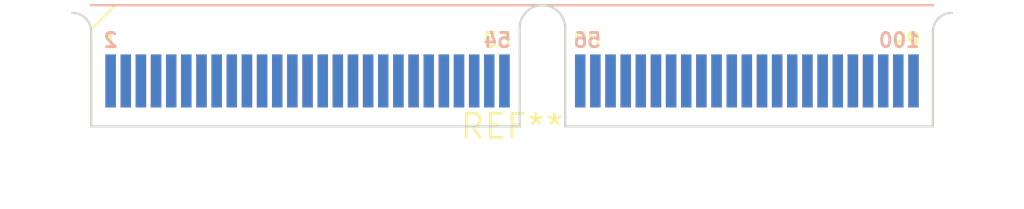
<source format=kicad_pcb>
(kicad_pcb (version 20240108) (generator pcbnew)
  (layers (0 "F.Cu" signal) (31 "B.Cu" signal) (34 "B.Paste" user) (35 "F.Paste" user) (36 "B.SilkS" user "B.Silkscreen") (37 "F.SilkS" user "F.Silkscreen") (38 "B.Mask" user) (39 "F.Mask" user) (44 "Edge.Cuts" user))
  (net 0 "")
  (footprint "Samtec_HSEC8-150-X-X-DV_2x50_P0.8mm_Wing_Edge" (layer "F.Cu") (at 0 0)
    (property "Reference" "REF**")
    (property "Value" "Samtec_HSEC8-150-X-X-DV_2x50_P0.8mm_Wing_Edge")
    (fp_line (start -22.225 -6.4) (end -22.225 -6.4) (layer "B.SilkS") (stroke (width 0.12)))
    (fp_line (start -22.225 -6.4) (end 22.225 -6.4) (layer "B.SilkS") (stroke (width 0.12)))
    (fp_line (start -22.225 -5.13) (end -20.955 -6.4) (layer "F.SilkS") (stroke (width 0.12)))
    (fp_line (start -20.955 -6.4) (end 22.225 -6.4) (layer "F.SilkS") (stroke (width 0.12)))
    (fp_line (start -22.225 -5) (end -22.225 0) (layer "Edge.Cuts") (stroke (width 0.12)))
    (fp_line (start -22.225 0) (end 0.405 0) (layer "Edge.Cuts") (stroke (width 0.12)))
    (fp_line (start 0.405 0) (end 0.405 -5.2) (layer "Edge.Cuts") (stroke (width 0.12)))
    (fp_line (start 2.805 -5.2) (end 2.805 0) (layer "Edge.Cuts") (stroke (width 0.12)))
    (fp_line (start 2.805 0) (end 22.225 0) (layer "Edge.Cuts") (stroke (width 0.12)))
    (fp_line (start 22.225 0) (end 22.225 -5) (layer "Edge.Cuts") (stroke (width 0.12)))
    (fp_arc (start -23.225 -6) (mid -22.517893 -5.707107) (end -22.225 -5) (layer "Edge.Cuts") (stroke (width 0.12)))
    (fp_arc (start 0.405 -5.2) (mid 1.605 -6.4) (end 2.805 -5.2) (layer "Edge.Cuts") (stroke (width 0.12)))
    (fp_arc (start 22.225 -5) (mid 22.517893 -5.707107) (end 23.225 -6) (layer "Edge.Cuts") (stroke (width 0.12)))
    (fp_text user "56" (at 3.975 -4.55 0) (layer "B.SilkS") (effects (font (size 0.75 0.75)) (justify mirror)))
    (fp_text user "100" (at 20.45 -4.55 0) (layer "B.SilkS") (effects (font (size 0.75 0.75)) (justify mirror)))
    (fp_text user "2" (at -21.2 -4.55 0) (layer "B.SilkS") (effects (font (size 0.75 0.75)) (justify mirror)))
    (fp_text user "54" (at -0.775 -4.55 0) (layer "B.SilkS") (effects (font (size 0.75 0.75)) (justify mirror)))
    (fp_text user "99" (at 20.825 -4.55 0) (layer "F.SilkS") (effects (font (size 0.75 0.75))))
    (fp_text user "1" (at -21.2 -4.55 0) (layer "F.SilkS") (effects (font (size 0.75 0.75))))
    (fp_text user "53" (at -0.775 -4.55 0) (layer "F.SilkS") (effects (font (size 0.75 0.75))))
    (fp_text user "55" (at 3.975 -4.55 0) (layer "F.SilkS") (effects (font (size 0.75 0.75))))
    (pad "1" connect rect (at -21.2 -2.4) (size 0.55 2.8) (layers "F.Cu" "F.Mask"))
    (pad "2" connect rect (at -21.2 -2.4) (size 0.55 2.8) (layers "B.Cu" "B.Mask"))
    (pad "3" connect rect (at -20.4 -2.4) (size 0.55 2.8) (layers "F.Cu" "F.Mask"))
    (pad "4" connect rect (at -20.4 -2.4) (size 0.55 2.8) (layers "B.Cu" "B.Mask"))
    (pad "5" connect rect (at -19.6 -2.4) (size 0.55 2.8) (layers "F.Cu" "F.Mask"))
    (pad "6" connect rect (at -19.6 -2.4) (size 0.55 2.8) (layers "B.Cu" "B.Mask"))
    (pad "7" connect rect (at -18.8 -2.4) (size 0.55 2.8) (layers "F.Cu" "F.Mask"))
    (pad "8" connect rect (at -18.8 -2.4) (size 0.55 2.8) (layers "B.Cu" "B.Mask"))
    (pad "9" connect rect (at -18 -2.4) (size 0.55 2.8) (layers "F.Cu" "F.Mask"))
    (pad "10" connect rect (at -18 -2.4) (size 0.55 2.8) (layers "B.Cu" "B.Mask"))
    (pad "11" connect rect (at -17.2 -2.4) (size 0.55 2.8) (layers "F.Cu" "F.Mask"))
    (pad "12" connect rect (at -17.2 -2.4) (size 0.55 2.8) (layers "B.Cu" "B.Mask"))
    (pad "13" connect rect (at -16.4 -2.4) (size 0.55 2.8) (layers "F.Cu" "F.Mask"))
    (pad "14" connect rect (at -16.4 -2.4) (size 0.55 2.8) (layers "B.Cu" "B.Mask"))
    (pad "15" connect rect (at -15.6 -2.4) (size 0.55 2.8) (layers "F.Cu" "F.Mask"))
    (pad "16" connect rect (at -15.6 -2.4) (size 0.55 2.8) (layers "B.Cu" "B.Mask"))
    (pad "17" connect rect (at -14.8 -2.4) (size 0.55 2.8) (layers "F.Cu" "F.Mask"))
    (pad "18" connect rect (at -14.8 -2.4) (size 0.55 2.8) (layers "B.Cu" "B.Mask"))
    (pad "19" connect rect (at -14 -2.4) (size 0.55 2.8) (layers "F.Cu" "F.Mask"))
    (pad "20" connect rect (at -14 -2.4) (size 0.55 2.8) (layers "B.Cu" "B.Mask"))
    (pad "21" connect rect (at -13.2 -2.4) (size 0.55 2.8) (layers "F.Cu" "F.Mask"))
    (pad "22" connect rect (at -13.2 -2.4) (size 0.55 2.8) (layers "B.Cu" "B.Mask"))
    (pad "23" connect rect (at -12.4 -2.4) (size 0.55 2.8) (layers "F.Cu" "F.Mask"))
    (pad "24" connect rect (at -12.4 -2.4) (size 0.55 2.8) (layers "B.Cu" "B.Mask"))
    (pad "25" connect rect (at -11.6 -2.4) (size 0.55 2.8) (layers "F.Cu" "F.Mask"))
    (pad "26" connect rect (at -11.6 -2.4) (size 0.55 2.8) (layers "B.Cu" "B.Mask"))
    (pad "27" connect rect (at -10.8 -2.4) (size 0.55 2.8) (layers "F.Cu" "F.Mask"))
    (pad "28" connect rect (at -10.8 -2.4) (size 0.55 2.8) (layers "B.Cu" "B.Mask"))
    (pad "29" connect rect (at -10 -2.4) (size 0.55 2.8) (layers "F.Cu" "F.Mask"))
    (pad "30" connect rect (at -10 -2.4) (size 0.55 2.8) (layers "B.Cu" "B.Mask"))
    (pad "31" connect rect (at -9.2 -2.4) (size 0.55 2.8) (layers "F.Cu" "F.Mask"))
    (pad "32" connect rect (at -9.2 -2.4) (size 0.55 2.8) (layers "B.Cu" "B.Mask"))
    (pad "33" connect rect (at -8.4 -2.4) (size 0.55 2.8) (layers "F.Cu" "F.Mask"))
    (pad "34" connect rect (at -8.4 -2.4) (size 0.55 2.8) (layers "B.Cu" "B.Mask"))
    (pad "35" connect rect (at -7.6 -2.4) (size 0.55 2.8) (layers "F.Cu" "F.Mask"))
    (pad "36" connect rect (at -7.6 -2.4) (size 0.55 2.8) (layers "B.Cu" "B.Mask"))
    (pad "37" connect rect (at -6.8 -2.4) (size 0.55 2.8) (layers "F.Cu" "F.Mask"))
    (pad "38" connect rect (at -6.8 -2.4) (size 0.55 2.8) (layers "B.Cu" "B.Mask"))
    (pad "39" connect rect (at -6 -2.4) (size 0.55 2.8) (layers "F.Cu" "F.Mask"))
    (pad "40" connect rect (at -6 -2.4) (size 0.55 2.8) (layers "B.Cu" "B.Mask"))
    (pad "41" connect rect (at -5.2 -2.4) (size 0.55 2.8) (layers "F.Cu" "F.Mask"))
    (pad "42" connect rect (at -5.2 -2.4) (size 0.55 2.8) (layers "B.Cu" "B.Mask"))
    (pad "43" connect rect (at -4.4 -2.4) (size 0.55 2.8) (layers "F.Cu" "F.Mask"))
    (pad "44" connect rect (at -4.4 -2.4) (size 0.55 2.8) (layers "B.Cu" "B.Mask"))
    (pad "45" connect rect (at -3.6 -2.4) (size 0.55 2.8) (layers "F.Cu" "F.Mask"))
    (pad "46" connect rect (at -3.6 -2.4) (size 0.55 2.8) (layers "B.Cu" "B.Mask"))
    (pad "47" connect rect (at -2.8 -2.4) (size 0.55 2.8) (layers "F.Cu" "F.Mask"))
    (pad "48" connect rect (at -2.8 -2.4) (size 0.55 2.8) (layers "B.Cu" "B.Mask"))
    (pad "49" connect rect (at -2 -2.4) (size 0.55 2.8) (layers "F.Cu" "F.Mask"))
    (pad "50" connect rect (at -2 -2.4) (size 0.55 2.8) (layers "B.Cu" "B.Mask"))
    (pad "51" connect rect (at -1.2 -2.4) (size 0.55 2.8) (layers "F.Cu" "F.Mask"))
    (pad "52" connect rect (at -1.2 -2.4) (size 0.55 2.8) (layers "B.Cu" "B.Mask"))
    (pad "53" connect rect (at -0.4 -2.4) (size 0.55 2.8) (layers "F.Cu" "F.Mask"))
    (pad "54" connect rect (at -0.4 -2.4) (size 0.55 2.8) (layers "B.Cu" "B.Mask"))
    (pad "55" connect rect (at 3.6 -2.4) (size 0.55 2.8) (layers "F.Cu" "F.Mask"))
    (pad "56" connect rect (at 3.6 -2.4) (size 0.55 2.8) (layers "B.Cu" "B.Mask"))
    (pad "57" connect rect (at 4.4 -2.4) (size 0.55 2.8) (layers "F.Cu" "F.Mask"))
    (pad "58" connect rect (at 4.4 -2.4) (size 0.55 2.8) (layers "B.Cu" "B.Mask"))
    (pad "59" connect rect (at 5.2 -2.4) (size 0.55 2.8) (layers "F.Cu" "F.Mask"))
    (pad "60" connect rect (at 5.2 -2.4) (size 0.55 2.8) (layers "B.Cu" "B.Mask"))
    (pad "61" connect rect (at 6 -2.4) (size 0.55 2.8) (layers "F.Cu" "F.Mask"))
    (pad "62" connect rect (at 6 -2.4) (size 0.55 2.8) (layers "B.Cu" "B.Mask"))
    (pad "63" connect rect (at 6.8 -2.4) (size 0.55 2.8) (layers "F.Cu" "F.Mask"))
    (pad "64" connect rect (at 6.8 -2.4) (size 0.55 2.8) (layers "B.Cu" "B.Mask"))
    (pad "65" connect rect (at 7.6 -2.4) (size 0.55 2.8) (layers "F.Cu" "F.Mask"))
    (pad "66" connect rect (at 7.6 -2.4) (size 0.55 2.8) (layers "B.Cu" "B.Mask"))
    (pad "67" connect rect (at 8.4 -2.4) (size 0.55 2.8) (layers "F.Cu" "F.Mask"))
    (pad "68" connect rect (at 8.4 -2.4) (size 0.55 2.8) (layers "B.Cu" "B.Mask"))
    (pad "69" connect rect (at 9.2 -2.4) (size 0.55 2.8) (layers "F.Cu" "F.Mask"))
    (pad "70" connect rect (at 9.2 -2.4) (size 0.55 2.8) (layers "B.Cu" "B.Mask"))
    (pad "71" connect rect (at 10 -2.4) (size 0.55 2.8) (layers "F.Cu" "F.Mask"))
    (pad "72" connect rect (at 10 -2.4) (size 0.55 2.8) (layers "B.Cu" "B.Mask"))
    (pad "73" connect rect (at 10.8 -2.4) (size 0.55 2.8) (layers "F.Cu" "F.Mask"))
    (pad "74" connect rect (at 10.8 -2.4) (size 0.55 2.8) (layers "B.Cu" "B.Mask"))
    (pad "75" connect rect (at 11.6 -2.4) (size 0.55 2.8) (layers "F.Cu" "F.Mask"))
    (pad "76" connect rect (at 11.6 -2.4) (size 0.55 2.8) (layers "B.Cu" "B.Mask"))
    (pad "77" connect rect (at 12.4 -2.4) (size 0.55 2.8) (layers "F.Cu" "F.Mask"))
    (pad "78" connect rect (at 12.4 -2.4) (size 0.55 2.8) (layers "B.Cu" "B.Mask"))
    (pad "79" connect rect (at 13.2 -2.4) (size 0.55 2.8) (layers "F.Cu" "F.Mask"))
    (pad "80" connect rect (at 13.2 -2.4) (size 0.55 2.8) (layers "B.Cu" "B.Mask"))
    (pad "81" connect rect (at 14 -2.4) (size 0.55 2.8) (layers "F.Cu" "F.Mask"))
    (pad "82" connect rect (at 14 -2.4) (size 0.55 2.8) (layers "B.Cu" "B.Mask"))
    (pad "83" connect rect (at 14.8 -2.4) (size 0.55 2.8) (layers "F.Cu" "F.Mask"))
    (pad "84" connect rect (at 14.8 -2.4) (size 0.55 2.8) (layers "B.Cu" "B.Mask"))
    (pad "85" connect rect (at 15.6 -2.4) (size 0.55 2.8) (layers "F.Cu" "F.Mask"))
    (pad "86" connect rect (at 15.6 -2.4) (size 0.55 2.8) (layers "B.Cu" "B.Mask"))
    (pad "87" connect rect (at 16.4 -2.4) (size 0.55 2.8) (layers "F.Cu" "F.Mask"))
    (pad "88" connect rect (at 16.4 -2.4) (size 0.55 2.8) (layers "B.Cu" "B.Mask"))
    (pad "89" connect rect (at 17.2 -2.4) (size 0.55 2.8) (layers "F.Cu" "F.Mask"))
    (pad "90" connect rect (at 17.2 -2.4) (size 0.55 2.8) (layers "B.Cu" "B.Mask"))
    (pad "91" connect rect (at 18 -2.4) (size 0.55 2.8) (layers "F.Cu" "F.Mask"))
    (pad "92" connect rect (at 18 -2.4) (size 0.55 2.8) (layers "B.Cu" "B.Mask"))
    (pad "93" connect rect (at 18.8 -2.4) (size 0.55 2.8) (layers "F.Cu" "F.Mask"))
    (pad "94" connect rect (at 18.8 -2.4) (size 0.55 2.8) (layers "B.Cu" "B.Mask"))
    (pad "95" connect rect (at 19.6 -2.4) (size 0.55 2.8) (layers "F.Cu" "F.Mask"))
    (pad "96" connect rect (at 19.6 -2.4) (size 0.55 2.8) (layers "B.Cu" "B.Mask"))
    (pad "97" connect rect (at 20.4 -2.4) (size 0.55 2.8) (layers "F.Cu" "F.Mask"))
    (pad "98" connect rect (at 20.4 -2.4) (size 0.55 2.8) (layers "B.Cu" "B.Mask"))
    (pad "99" connect rect (at 21.2 -2.4) (size 0.55 2.8) (layers "F.Cu" "F.Mask"))
    (pad "100" connect rect (at 21.2 -2.4) (size 0.55 2.8) (layers "B.Cu" "B.Mask"))
  )
)
</source>
